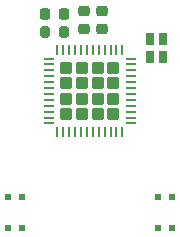
<source format=gbr>
%TF.GenerationSoftware,KiCad,Pcbnew,(5.99.0-10506-gb986797469)*%
%TF.CreationDate,2021-10-07T12:38:36+02:00*%
%TF.ProjectId,ESP31_V2,45535033-315f-4563-922e-6b696361645f,rev?*%
%TF.SameCoordinates,Original*%
%TF.FileFunction,Paste,Top*%
%TF.FilePolarity,Positive*%
%FSLAX46Y46*%
G04 Gerber Fmt 4.6, Leading zero omitted, Abs format (unit mm)*
G04 Created by KiCad (PCBNEW (5.99.0-10506-gb986797469)) date 2021-10-07 12:38:36*
%MOMM*%
%LPD*%
G01*
G04 APERTURE LIST*
G04 Aperture macros list*
%AMRoundRect*
0 Rectangle with rounded corners*
0 $1 Rounding radius*
0 $2 $3 $4 $5 $6 $7 $8 $9 X,Y pos of 4 corners*
0 Add a 4 corners polygon primitive as box body*
4,1,4,$2,$3,$4,$5,$6,$7,$8,$9,$2,$3,0*
0 Add four circle primitives for the rounded corners*
1,1,$1+$1,$2,$3*
1,1,$1+$1,$4,$5*
1,1,$1+$1,$6,$7*
1,1,$1+$1,$8,$9*
0 Add four rect primitives between the rounded corners*
20,1,$1+$1,$2,$3,$4,$5,0*
20,1,$1+$1,$4,$5,$6,$7,0*
20,1,$1+$1,$6,$7,$8,$9,0*
20,1,$1+$1,$8,$9,$2,$3,0*%
G04 Aperture macros list end*
%ADD10RoundRect,0.225000X-0.225000X-0.250000X0.225000X-0.250000X0.225000X0.250000X-0.225000X0.250000X0*%
%ADD11RoundRect,0.225000X-0.250000X0.225000X-0.250000X-0.225000X0.250000X-0.225000X0.250000X0.225000X0*%
%ADD12RoundRect,0.250000X-0.285000X0.285000X-0.285000X-0.285000X0.285000X-0.285000X0.285000X0.285000X0*%
%ADD13RoundRect,0.062500X-0.062500X0.337500X-0.062500X-0.337500X0.062500X-0.337500X0.062500X0.337500X0*%
%ADD14RoundRect,0.062500X-0.337500X0.062500X-0.337500X-0.062500X0.337500X-0.062500X0.337500X0.062500X0*%
%ADD15RoundRect,0.200000X0.200000X0.275000X-0.200000X0.275000X-0.200000X-0.275000X0.200000X-0.275000X0*%
%ADD16R,0.600000X0.600000*%
%ADD17R,0.800000X1.000000*%
G04 APERTURE END LIST*
D10*
%TO.C,C1*%
X107725000Y-96500000D03*
X109275000Y-96500000D03*
%TD*%
D11*
%TO.C,C2*%
X111000000Y-96225000D03*
X111000000Y-97775000D03*
%TD*%
%TO.C,C3*%
X112500000Y-96225000D03*
X112500000Y-97775000D03*
%TD*%
D12*
%TO.C,U1*%
X113480000Y-104980000D03*
X112160000Y-102340000D03*
X112160000Y-104980000D03*
X113480000Y-103660000D03*
X113480000Y-102340000D03*
X112160000Y-103660000D03*
X110840000Y-101020000D03*
X109520000Y-103660000D03*
X112160000Y-101020000D03*
X113480000Y-101020000D03*
X110840000Y-102340000D03*
X109520000Y-102340000D03*
X109520000Y-104980000D03*
X109520000Y-101020000D03*
X110840000Y-104980000D03*
X110840000Y-103660000D03*
D13*
X114250000Y-99550000D03*
X113750000Y-99550000D03*
X113250000Y-99550000D03*
X112750000Y-99550000D03*
X112250000Y-99550000D03*
X111750000Y-99550000D03*
X111250000Y-99550000D03*
X110750000Y-99550000D03*
X110250000Y-99550000D03*
X109750000Y-99550000D03*
X109250000Y-99550000D03*
X108750000Y-99550000D03*
D14*
X108050000Y-100250000D03*
X108050000Y-100750000D03*
X108050000Y-101250000D03*
X108050000Y-101750000D03*
X108050000Y-102250000D03*
X108050000Y-102750000D03*
X108050000Y-103250000D03*
X108050000Y-103750000D03*
X108050000Y-104250000D03*
X108050000Y-104750000D03*
X108050000Y-105250000D03*
X108050000Y-105750000D03*
D13*
X108750000Y-106450000D03*
X109250000Y-106450000D03*
X109750000Y-106450000D03*
X110250000Y-106450000D03*
X110750000Y-106450000D03*
X111250000Y-106450000D03*
X111750000Y-106450000D03*
X112250000Y-106450000D03*
X112750000Y-106450000D03*
X113250000Y-106450000D03*
X113750000Y-106450000D03*
X114250000Y-106450000D03*
D14*
X114950000Y-105750000D03*
X114950000Y-105250000D03*
X114950000Y-104750000D03*
X114950000Y-104250000D03*
X114950000Y-103750000D03*
X114950000Y-103250000D03*
X114950000Y-102750000D03*
X114950000Y-102250000D03*
X114950000Y-101750000D03*
X114950000Y-101250000D03*
X114950000Y-100750000D03*
X114950000Y-100250000D03*
%TD*%
D15*
%TO.C,R1*%
X109325000Y-98000000D03*
X107675000Y-98000000D03*
%TD*%
D16*
%TO.C,SW1*%
X118456000Y-111984000D03*
X118456000Y-114584000D03*
X117256000Y-114584000D03*
X117256000Y-111984000D03*
%TD*%
%TO.C,SW2*%
X104556000Y-111984000D03*
X104556000Y-114584000D03*
X105756000Y-114584000D03*
X105756000Y-111984000D03*
%TD*%
D17*
%TO.C,D1*%
X117700000Y-98590000D03*
X116600000Y-98590000D03*
X116600000Y-100090000D03*
X117700000Y-100090000D03*
%TD*%
M02*

</source>
